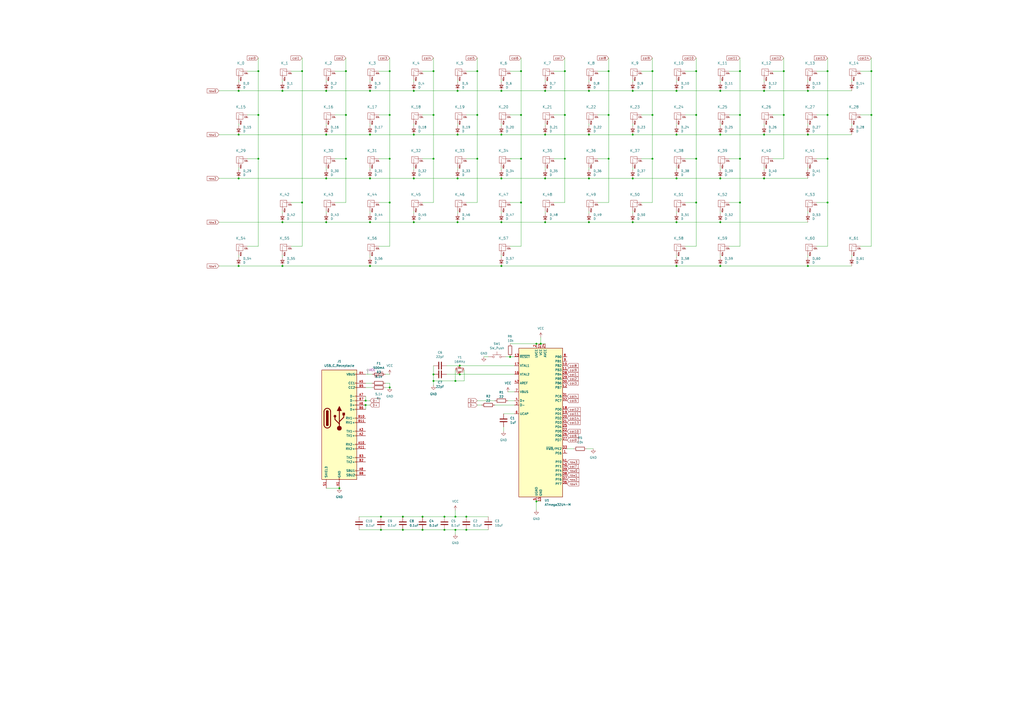
<source format=kicad_sch>
(kicad_sch (version 20231120) (generator "eeschema") (generator_version "8.0")
  (paper "A2")
  (junction (at 264.16 299.72))
  (junction (at 265.43 78.105))
  (junction (at 367.03 128.905))
  (junction (at 302.26 41.275))
  (junction (at 138.43 78.105))
  (junction (at 214.63 103.505))
  (junction (at 378.46 92.075))
  (junction (at 505.46 41.275))
  (junction (at 480.06 92.075))
  (junction (at 468.63 154.305))
  (junction (at 295.91 207.01))
  (junction (at 443.23 103.505))
  (junction (at 367.03 52.705))
  (junction (at 316.23 128.905))
  (junction (at 163.83 128.905))
  (junction (at 257.81 299.72))
  (junction (at 189.23 103.505))
  (junction (at 311.15 199.39))
  (junction (at 302.26 117.475))
  (junction (at 251.46 41.275))
  (junction (at 417.83 103.505))
  (junction (at 276.86 66.675))
  (junction (at 392.43 128.905))
  (junction (at 214.63 154.305))
  (junction (at 251.46 220.98))
  (junction (at 226.06 66.675))
  (junction (at 257.81 307.34))
  (junction (at 392.43 103.505))
  (junction (at 353.06 41.275))
  (junction (at 403.86 66.675))
  (junction (at 251.46 92.075))
  (junction (at 443.23 78.105))
  (junction (at 189.23 78.105))
  (junction (at 214.63 52.705))
  (junction (at 212.09 234.95))
  (junction (at 454.66 41.275))
  (junction (at 429.26 66.675))
  (junction (at 290.83 103.505))
  (junction (at 265.43 52.705))
  (junction (at 251.46 66.675))
  (junction (at 367.03 78.105))
  (junction (at 245.11 307.34))
  (junction (at 290.83 78.105))
  (junction (at 138.43 103.505))
  (junction (at 480.06 41.275))
  (junction (at 468.63 52.705))
  (junction (at 417.83 128.905))
  (junction (at 302.26 66.675))
  (junction (at 265.43 128.905))
  (junction (at 149.86 41.275))
  (junction (at 240.03 78.105))
  (junction (at 341.63 52.705))
  (junction (at 367.03 103.505))
  (junction (at 429.26 92.075))
  (junction (at 220.98 299.72))
  (junction (at 403.86 117.475))
  (junction (at 240.03 52.705))
  (junction (at 327.66 41.275))
  (junction (at 266.7 212.09))
  (junction (at 392.43 78.105))
  (junction (at 403.86 92.075))
  (junction (at 233.68 307.34))
  (junction (at 175.26 41.275))
  (junction (at 251.46 217.17))
  (junction (at 196.85 283.21))
  (junction (at 240.03 128.905))
  (junction (at 378.46 66.675))
  (junction (at 226.06 41.275))
  (junction (at 226.06 117.475))
  (junction (at 266.7 217.17))
  (junction (at 149.86 66.675))
  (junction (at 163.83 154.305))
  (junction (at 163.83 52.705))
  (junction (at 226.06 224.79))
  (junction (at 270.51 299.72))
  (junction (at 265.43 103.505))
  (junction (at 276.86 41.275))
  (junction (at 468.63 78.105))
  (junction (at 429.26 117.475))
  (junction (at 189.23 128.905))
  (junction (at 443.23 52.705))
  (junction (at 290.83 52.705))
  (junction (at 189.23 52.705))
  (junction (at 264.16 307.34))
  (junction (at 341.63 128.905))
  (junction (at 138.43 154.305))
  (junction (at 505.46 66.675))
  (junction (at 200.66 66.675))
  (junction (at 341.63 103.505))
  (junction (at 392.43 154.305))
  (junction (at 341.63 78.105))
  (junction (at 245.11 299.72))
  (junction (at 311.15 290.83))
  (junction (at 233.68 299.72))
  (junction (at 316.23 103.505))
  (junction (at 220.98 307.34))
  (junction (at 327.66 66.675))
  (junction (at 403.86 41.275))
  (junction (at 290.83 154.305))
  (junction (at 264.16 220.98))
  (junction (at 378.46 41.275))
  (junction (at 138.43 52.705))
  (junction (at 200.66 41.275))
  (junction (at 240.03 103.505))
  (junction (at 313.69 199.39))
  (junction (at 226.06 92.075))
  (junction (at 353.06 66.675))
  (junction (at 212.09 232.41))
  (junction (at 480.06 117.475))
  (junction (at 454.66 66.675))
  (junction (at 353.06 92.075))
  (junction (at 429.26 41.275))
  (junction (at 149.86 92.075))
  (junction (at 327.66 92.075))
  (junction (at 392.43 52.705))
  (junction (at 175.26 117.475))
  (junction (at 316.23 52.705))
  (junction (at 417.83 154.305))
  (junction (at 417.83 52.705))
  (junction (at 214.63 128.905))
  (junction (at 214.63 78.105))
  (junction (at 480.06 66.675))
  (junction (at 316.23 78.105))
  (junction (at 276.86 92.075))
  (junction (at 270.51 307.34))
  (junction (at 290.83 128.905))
  (junction (at 200.66 92.075))
  (junction (at 417.83 78.105))
  (junction (at 302.26 92.075))
  (wire (pts (xy 397.51 66.675) (xy 403.86 66.675)))
  (wire (pts (xy 215.9 222.25) (xy 212.09 222.25)))
  (wire (pts (xy 397.51 41.275) (xy 403.86 41.275)))
  (wire (pts (xy 499.11 142.875) (xy 505.46 142.875)))
  (wire (pts (xy 127 103.505) (xy 138.43 103.505)))
  (wire (pts (xy 417.83 71.755) (xy 417.83 73.025)))
  (wire (pts (xy 443.23 78.105) (xy 468.63 78.105)))
  (wire (pts (xy 392.43 52.705) (xy 417.83 52.705)))
  (wire (pts (xy 245.11 92.075) (xy 251.46 92.075)))
  (wire (pts (xy 240.03 78.105) (xy 265.43 78.105)))
  (wire (pts (xy 397.51 117.475) (xy 403.86 117.475)))
  (wire (pts (xy 494.03 147.955) (xy 494.03 149.225)))
  (wire (pts (xy 480.06 33.655) (xy 480.06 41.275)))
  (wire (pts (xy 378.46 41.275) (xy 378.46 66.675)))
  (wire (pts (xy 266.7 217.17) (xy 298.45 217.17)))
  (wire (pts (xy 378.46 92.075) (xy 378.46 66.675)))
  (wire (pts (xy 149.86 142.875) (xy 149.86 92.075)))
  (wire (pts (xy 473.71 66.675) (xy 480.06 66.675)))
  (wire (pts (xy 341.63 78.105) (xy 367.03 78.105)))
  (wire (pts (xy 353.06 117.475) (xy 353.06 92.075)))
  (wire (pts (xy 443.23 97.155) (xy 443.23 98.425)))
  (wire (pts (xy 454.66 92.075) (xy 454.66 66.675)))
  (wire (pts (xy 367.03 71.755) (xy 367.03 73.025)))
  (wire (pts (xy 138.43 97.155) (xy 138.43 98.425)))
  (wire (pts (xy 163.83 46.355) (xy 163.83 47.625)))
  (wire (pts (xy 378.46 33.655) (xy 378.46 41.275)))
  (wire (pts (xy 372.11 66.675) (xy 378.46 66.675)))
  (wire (pts (xy 341.63 122.555) (xy 341.63 123.825)))
  (wire (pts (xy 443.23 46.355) (xy 443.23 47.625)))
  (wire (pts (xy 163.83 147.955) (xy 163.83 149.225)))
  (wire (pts (xy 270.51 92.075) (xy 276.86 92.075)))
  (wire (pts (xy 266.7 212.09) (xy 298.45 212.09)))
  (wire (pts (xy 473.71 41.275) (xy 480.06 41.275)))
  (wire (pts (xy 163.83 154.305) (xy 214.63 154.305)))
  (wire (pts (xy 392.43 147.955) (xy 392.43 149.225)))
  (wire (pts (xy 313.69 195.58) (xy 313.69 199.39)))
  (wire (pts (xy 448.31 66.675) (xy 454.66 66.675)))
  (wire (pts (xy 264.16 309.88) (xy 264.16 307.34)))
  (wire (pts (xy 214.63 128.905) (xy 240.03 128.905)))
  (wire (pts (xy 321.31 92.075) (xy 327.66 92.075)))
  (wire (pts (xy 468.63 147.955) (xy 468.63 149.225)))
  (wire (pts (xy 175.26 142.875) (xy 175.26 117.475)))
  (wire (pts (xy 316.23 46.355) (xy 316.23 47.625)))
  (wire (pts (xy 292.1 250.19) (xy 292.1 247.65)))
  (wire (pts (xy 143.51 142.875) (xy 149.86 142.875)))
  (wire (pts (xy 341.63 52.705) (xy 367.03 52.705)))
  (wire (pts (xy 240.03 52.705) (xy 265.43 52.705)))
  (wire (pts (xy 302.26 92.075) (xy 302.26 66.675)))
  (wire (pts (xy 226.06 224.79) (xy 223.52 224.79)))
  (wire (pts (xy 219.71 41.275) (xy 226.06 41.275)))
  (wire (pts (xy 265.43 122.555) (xy 265.43 123.825)))
  (wire (pts (xy 245.11 299.72) (xy 257.81 299.72)))
  (wire (pts (xy 302.26 33.655) (xy 302.26 41.275)))
  (wire (pts (xy 293.37 207.01) (xy 295.91 207.01)))
  (wire (pts (xy 163.83 122.555) (xy 163.83 123.825)))
  (wire (pts (xy 251.46 41.275) (xy 251.46 66.675)))
  (wire (pts (xy 127 128.905) (xy 163.83 128.905)))
  (wire (pts (xy 214.63 46.355) (xy 214.63 47.625)))
  (wire (pts (xy 194.31 66.675) (xy 200.66 66.675)))
  (wire (pts (xy 175.26 33.655) (xy 175.26 41.275)))
  (wire (pts (xy 214.63 154.305) (xy 290.83 154.305)))
  (wire (pts (xy 494.03 71.755) (xy 494.03 73.025)))
  (wire (pts (xy 292.1 240.03) (xy 298.45 240.03)))
  (wire (pts (xy 290.83 154.305) (xy 392.43 154.305)))
  (wire (pts (xy 341.63 103.505) (xy 367.03 103.505)))
  (wire (pts (xy 264.16 214.63) (xy 264.16 220.98)))
  (wire (pts (xy 226.06 217.17) (xy 223.52 217.17)))
  (wire (pts (xy 316.23 52.705) (xy 341.63 52.705)))
  (wire (pts (xy 212.09 217.17) (xy 215.9 217.17)))
  (wire (pts (xy 480.06 142.875) (xy 480.06 117.475)))
  (wire (pts (xy 270.51 41.275) (xy 276.86 41.275)))
  (wire (pts (xy 367.03 46.355) (xy 367.03 47.625)))
  (wire (pts (xy 219.71 66.675) (xy 226.06 66.675)))
  (wire (pts (xy 240.03 71.755) (xy 240.03 73.025)))
  (wire (pts (xy 468.63 122.555) (xy 468.63 123.825)))
  (wire (pts (xy 473.71 92.075) (xy 480.06 92.075)))
  (wire (pts (xy 264.16 299.72) (xy 270.51 299.72)))
  (wire (pts (xy 295.91 92.075) (xy 302.26 92.075)))
  (wire (pts (xy 313.69 199.39) (xy 316.23 199.39)))
  (wire (pts (xy 127 154.305) (xy 138.43 154.305)))
  (wire (pts (xy 397.51 92.075) (xy 403.86 92.075)))
  (wire (pts (xy 403.86 142.875) (xy 403.86 117.475)))
  (wire (pts (xy 397.51 142.875) (xy 403.86 142.875)))
  (wire (pts (xy 417.83 154.305) (xy 468.63 154.305)))
  (wire (pts (xy 194.31 92.075) (xy 200.66 92.075)))
  (wire (pts (xy 270.51 117.475) (xy 276.86 117.475)))
  (wire (pts (xy 251.46 220.98) (xy 251.46 217.17)))
  (wire (pts (xy 138.43 147.955) (xy 138.43 149.225)))
  (wire (pts (xy 290.83 128.905) (xy 316.23 128.905)))
  (wire (pts (xy 276.86 117.475) (xy 276.86 92.075)))
  (wire (pts (xy 280.67 207.01) (xy 283.21 207.01)))
  (wire (pts (xy 316.23 97.155) (xy 316.23 98.425)))
  (wire (pts (xy 480.06 92.075) (xy 480.06 66.675)))
  (wire (pts (xy 327.66 117.475) (xy 327.66 92.075)))
  (wire (pts (xy 403.86 92.075) (xy 403.86 66.675)))
  (wire (pts (xy 270.51 307.34) (xy 283.21 307.34)))
  (wire (pts (xy 316.23 71.755) (xy 316.23 73.025)))
  (wire (pts (xy 422.91 117.475) (xy 429.26 117.475)))
  (wire (pts (xy 327.66 92.075) (xy 327.66 66.675)))
  (wire (pts (xy 468.63 154.305) (xy 494.03 154.305)))
  (wire (pts (xy 392.43 103.505) (xy 417.83 103.505)))
  (wire (pts (xy 392.43 46.355) (xy 392.43 47.625)))
  (wire (pts (xy 276.86 234.95) (xy 279.4 234.95)))
  (wire (pts (xy 353.06 41.275) (xy 353.06 66.675)))
  (wire (pts (xy 372.11 92.075) (xy 378.46 92.075)))
  (wire (pts (xy 429.26 41.275) (xy 429.26 66.675)))
  (wire (pts (xy 392.43 78.105) (xy 417.83 78.105)))
  (wire (pts (xy 316.23 128.905) (xy 341.63 128.905)))
  (wire (pts (xy 302.26 41.275) (xy 302.26 66.675)))
  (wire (pts (xy 194.31 41.275) (xy 200.66 41.275)))
  (wire (pts (xy 327.66 41.275) (xy 327.66 66.675)))
  (wire (pts (xy 212.09 234.95) (xy 212.09 237.49)))
  (wire (pts (xy 295.91 66.675) (xy 302.26 66.675)))
  (wire (pts (xy 223.52 222.25) (xy 226.06 222.25)))
  (wire (pts (xy 138.43 46.355) (xy 138.43 47.625)))
  (wire (pts (xy 257.81 307.34) (xy 264.16 307.34)))
  (wire (pts (xy 287.02 234.95) (xy 298.45 234.95)))
  (wire (pts (xy 468.63 52.705) (xy 494.03 52.705)))
  (wire (pts (xy 143.51 41.275) (xy 149.86 41.275)))
  (wire (pts (xy 316.23 122.555) (xy 316.23 123.825)))
  (wire (pts (xy 175.26 41.275) (xy 175.26 117.475)))
  (wire (pts (xy 367.03 97.155) (xy 367.03 98.425)))
  (wire (pts (xy 251.46 223.52) (xy 251.46 220.98)))
  (wire (pts (xy 367.03 52.705) (xy 392.43 52.705)))
  (wire (pts (xy 194.31 117.475) (xy 200.66 117.475)))
  (wire (pts (xy 295.91 41.275) (xy 302.26 41.275)))
  (wire (pts (xy 295.91 117.475) (xy 302.26 117.475)))
  (wire (pts (xy 214.63 78.105) (xy 240.03 78.105)))
  (wire (pts (xy 302.26 117.475) (xy 302.26 92.075)))
  (wire (pts (xy 341.63 71.755) (xy 341.63 73.025)))
  (wire (pts (xy 505.46 41.275) (xy 505.46 66.675)))
  (wire (pts (xy 276.86 41.275) (xy 276.86 66.675)))
  (wire (pts (xy 443.23 52.705) (xy 468.63 52.705)))
  (wire (pts (xy 240.03 128.905) (xy 265.43 128.905)))
  (wire (pts (xy 290.83 71.755) (xy 290.83 73.025)))
  (wire (pts (xy 265.43 71.755) (xy 265.43 73.025)))
  (wire (pts (xy 251.46 92.075) (xy 251.46 66.675)))
  (wire (pts (xy 214.63 103.505) (xy 240.03 103.505)))
  (wire (pts (xy 240.03 97.155) (xy 240.03 98.425)))
  (wire (pts (xy 290.83 97.155) (xy 290.83 98.425)))
  (wire (pts (xy 265.43 97.155) (xy 265.43 98.425)))
  (wire (pts (xy 321.31 66.675) (xy 327.66 66.675)))
  (wire (pts (xy 189.23 103.505) (xy 214.63 103.505)))
  (wire (pts (xy 392.43 97.155) (xy 392.43 98.425)))
  (wire (pts (xy 327.66 33.655) (xy 327.66 41.275)))
  (wire (pts (xy 276.86 92.075) (xy 276.86 66.675)))
  (wire (pts (xy 346.71 41.275) (xy 353.06 41.275)))
  (wire (pts (xy 127 78.105) (xy 138.43 78.105)))
  (wire (pts (xy 208.28 299.72) (xy 220.98 299.72)))
  (wire (pts (xy 422.91 41.275) (xy 429.26 41.275)))
  (wire (pts (xy 454.66 33.655) (xy 454.66 41.275)))
  (wire (pts (xy 143.51 92.075) (xy 149.86 92.075)))
  (wire (pts (xy 321.31 117.475) (xy 327.66 117.475)))
  (wire (pts (xy 143.51 66.675) (xy 149.86 66.675)))
  (wire (pts (xy 392.43 128.905) (xy 417.83 128.905)))
  (wire (pts (xy 321.31 41.275) (xy 327.66 41.275)))
  (wire (pts (xy 200.66 41.275) (xy 200.66 66.675)))
  (wire (pts (xy 480.06 117.475) (xy 480.06 92.075)))
  (wire (pts (xy 200.66 117.475) (xy 200.66 92.075)))
  (wire (pts (xy 429.26 142.875) (xy 429.26 117.475)))
  (wire (pts (xy 212.09 234.95) (xy 214.63 234.95)))
  (wire (pts (xy 372.11 41.275) (xy 378.46 41.275)))
  (wire (pts (xy 189.23 128.905) (xy 214.63 128.905)))
  (wire (pts (xy 251.46 212.09) (xy 251.46 217.17)))
  (wire (pts (xy 149.86 41.275) (xy 149.86 66.675)))
  (wire (pts (xy 265.43 103.505) (xy 290.83 103.505)))
  (wire (pts (xy 417.83 128.905) (xy 468.63 128.905)))
  (wire (pts (xy 417.83 97.155) (xy 417.83 98.425)))
  (wire (pts (xy 138.43 78.105) (xy 189.23 78.105)))
  (wire (pts (xy 417.83 103.505) (xy 443.23 103.505)))
  (wire (pts (xy 316.23 78.105) (xy 341.63 78.105)))
  (wire (pts (xy 220.98 307.34) (xy 233.68 307.34)))
  (wire (pts (xy 257.81 299.72) (xy 264.16 299.72)))
  (wire (pts (xy 259.08 217.17) (xy 266.7 217.17)))
  (wire (pts (xy 189.23 52.705) (xy 214.63 52.705)))
  (wire (pts (xy 200.66 92.075) (xy 200.66 66.675)))
  (wire (pts (xy 214.63 52.705) (xy 240.03 52.705)))
  (wire (pts (xy 290.83 78.105) (xy 316.23 78.105)))
  (wire (pts (xy 163.83 128.905) (xy 189.23 128.905)))
  (wire (pts (xy 138.43 71.755) (xy 138.43 73.025)))
  (wire (pts (xy 443.23 103.505) (xy 468.63 103.505)))
  (wire (pts (xy 429.26 33.655) (xy 429.26 41.275)))
  (wire (pts (xy 276.86 232.41) (xy 287.02 232.41)))
  (wire (pts (xy 264.16 295.91) (xy 264.16 299.72)))
  (wire (pts (xy 138.43 52.705) (xy 163.83 52.705)))
  (wire (pts (xy 168.91 142.875) (xy 175.26 142.875)))
  (wire (pts (xy 240.03 122.555) (xy 240.03 123.825)))
  (wire (pts (xy 290.83 103.505) (xy 316.23 103.505)))
  (wire (pts (xy 214.63 97.155) (xy 214.63 98.425)))
  (wire (pts (xy 240.03 46.355) (xy 240.03 47.625)))
  (wire (pts (xy 168.91 41.275) (xy 175.26 41.275)))
  (wire (pts (xy 344.17 260.35) (xy 340.36 260.35)))
  (wire (pts (xy 367.03 103.505) (xy 392.43 103.505)))
  (wire (pts (xy 189.23 78.105) (xy 214.63 78.105)))
  (wire (pts (xy 448.31 92.075) (xy 454.66 92.075)))
  (wire (pts (xy 212.09 229.87) (xy 212.09 232.41)))
  (wire (pts (xy 226.06 222.25) (xy 226.06 224.79)))
  (wire (pts (xy 149.86 92.075) (xy 149.86 66.675)))
  (wire (pts (xy 265.43 78.105) (xy 290.83 78.105)))
  (wire (pts (xy 417.83 147.955) (xy 417.83 149.225)))
  (wire (pts (xy 163.83 52.705) (xy 189.23 52.705)))
  (wire (pts (xy 290.83 147.955) (xy 290.83 149.225)))
  (wire (pts (xy 290.83 46.355) (xy 290.83 47.625)))
  (wire (pts (xy 378.46 117.475) (xy 378.46 92.075)))
  (wire (pts (xy 341.63 128.905) (xy 367.03 128.905)))
  (wire (pts (xy 422.91 92.075) (xy 429.26 92.075)))
  (wire (pts (xy 294.64 232.41) (xy 298.45 232.41)))
  (wire (pts (xy 265.43 128.905) (xy 290.83 128.905)))
  (wire (pts (xy 505.46 33.655) (xy 505.46 41.275)))
  (wire (pts (xy 473.71 117.475) (xy 480.06 117.475)))
  (wire (pts (xy 200.66 33.655) (xy 200.66 41.275)))
  (wire (pts (xy 392.43 154.305) (xy 417.83 154.305)))
  (wire (pts (xy 341.63 97.155) (xy 341.63 98.425)))
  (wire (pts (xy 295.91 142.875) (xy 302.26 142.875)))
  (wire (pts (xy 443.23 71.755) (xy 443.23 73.025)))
  (wire (pts (xy 212.09 232.41) (xy 214.63 232.41)))
  (wire (pts (xy 138.43 154.305) (xy 163.83 154.305)))
  (wire (pts (xy 302.26 142.875) (xy 302.26 117.475)))
  (wire (pts (xy 226.06 142.875) (xy 226.06 117.475)))
  (wire (pts (xy 189.23 46.355) (xy 189.23 47.625)))
  (wire (pts (xy 290.83 52.705) (xy 316.23 52.705)))
  (wire (pts (xy 240.03 103.505) (xy 265.43 103.505)))
  (wire (pts (xy 468.63 46.355) (xy 468.63 47.625)))
  (wire (pts (xy 269.24 214.63) (xy 269.24 220.98)))
  (wire (pts (xy 468.63 71.755) (xy 468.63 73.025)))
  (wire (pts (xy 245.11 117.475) (xy 251.46 117.475)))
  (wire (pts (xy 245.11 307.34) (xy 257.81 307.34)))
  (wire (pts (xy 215.9 224.79) (xy 212.09 224.79)))
  (wire (pts (xy 403.86 41.275) (xy 403.86 66.675)))
  (wire (pts (xy 505.46 142.875) (xy 505.46 66.675)))
  (wire (pts (xy 214.63 122.555) (xy 214.63 123.825)))
  (wire (pts (xy 499.11 66.675) (xy 505.46 66.675)))
  (wire (pts (xy 226.06 33.655) (xy 226.06 41.275)))
  (wire (pts (xy 367.03 128.905) (xy 392.43 128.905)))
  (wire (pts (xy 346.71 92.075) (xy 353.06 92.075)))
  (wire (pts (xy 220.98 299.72) (xy 233.68 299.72)))
  (wire (pts (xy 353.06 33.655) (xy 353.06 41.275)))
  (wire (pts (xy 233.68 299.72) (xy 245.11 299.72)))
  (wire (pts (xy 332.74 260.35) (xy 328.93 260.35)))
  (wire (pts (xy 245.11 66.675) (xy 251.46 66.675)))
  (wire (pts (xy 295.91 199.39) (xy 311.15 199.39)))
  (wire (pts (xy 233.68 307.34) (xy 245.11 307.34)))
  (wire (pts (xy 417.83 122.555) (xy 417.83 123.825)))
  (wire (pts (xy 208.28 307.34) (xy 220.98 307.34)))
  (wire (pts (xy 245.11 41.275) (xy 251.46 41.275)))
  (wire (pts (xy 270.51 299.72) (xy 283.21 299.72)))
  (wire (pts (xy 251.46 33.655) (xy 251.46 41.275)))
  (wire (pts (xy 311.15 290.83) (xy 313.69 290.83)))
  (wire (pts (xy 264.16 220.98) (xy 251.46 220.98)))
  (wire (pts (xy 346.71 66.675) (xy 353.06 66.675)))
  (wire (pts (xy 417.83 52.705) (xy 443.23 52.705)))
  (wire (pts (xy 127 52.705) (xy 138.43 52.705)))
  (wire (pts (xy 189.23 283.21) (xy 196.85 283.21)))
  (wire (pts (xy 269.24 220.98) (xy 264.16 220.98)))
  (wire (pts (xy 429.26 117.475) (xy 429.26 92.075)))
  (wire (pts (xy 219.71 92.075) (xy 226.06 92.075)))
  (wire (pts (xy 367.03 122.555) (xy 367.03 123.825)))
  (wire (pts (xy 138.43 103.505) (xy 189.23 103.505)))
  (wire (pts (xy 403.86 33.655) (xy 403.86 41.275)))
  (wire (pts (xy 429.26 92.075) (xy 429.26 66.675)))
  (wire (pts (xy 294.64 227.33) (xy 298.45 227.33)))
  (wire (pts (xy 276.86 33.655) (xy 276.86 41.275)))
  (wire (pts (xy 422.91 66.675) (xy 429.26 66.675)))
  (wire (pts (xy 270.51 66.675) (xy 276.86 66.675)))
  (wire (pts (xy 392.43 71.755) (xy 392.43 73.025)))
  (wire (pts (xy 226.06 41.275) (xy 226.06 66.675)))
  (wire (pts (xy 214.63 71.755) (xy 214.63 73.025)))
  (wire (pts (xy 189.23 122.555) (xy 189.23 123.825)))
  (wire (pts (xy 264.16 307.34) (xy 270.51 307.34)))
  (wire (pts (xy 259.08 212.09) (xy 266.7 212.09)))
  (wire (pts (xy 219.71 117.475) (xy 226.06 117.475)))
  (wire (pts (xy 454.66 41.275) (xy 454.66 66.675)))
  (wire (pts (xy 214.63 147.955) (xy 214.63 149.225)))
  (wire (pts (xy 499.11 41.275) (xy 505.46 41.275)))
  (wire (pts (xy 295.91 207.01) (xy 298.45 207.01)))
  (wire (pts (xy 311.15 199.39) (xy 313.69 199.39)))
  (wire (pts (xy 265.43 52.705) (xy 290.83 52.705)))
  (wire (pts (xy 290.83 122.555) (xy 290.83 123.825)))
  (wire (pts (xy 422.91 142.875) (xy 429.26 142.875)))
  (wire (pts (xy 311.15 290.83) (xy 311.15 295.91)))
  (wire (pts (xy 226.06 117.475) (xy 226.06 92.075)))
  (wire (pts (xy 265.43 46.355) (xy 265.43 47.625)))
  (wire (pts (xy 468.63 78.105) (xy 494.03 78.105)))
  (wire (pts (xy 417.83 78.105) (xy 443.23 78.105)))
  (wire (pts (xy 494.03 46.355) (xy 494.03 47.625)))
  (wire (pts (xy 480.06 41.275) (xy 480.06 66.675)))
  (wire (pts (xy 473.71 142.875) (xy 480.06 142.875)))
  (wire (pts (xy 403.86 117.475) (xy 403.86 92.075)))
  (wire (pts (xy 149.86 33.655) (xy 149.86 41.275)))
  (wire (pts (xy 189.23 71.755) (xy 189.23 73.025)))
  (wire (pts (xy 353.06 92.075) (xy 353.06 66.675)))
  (wire (pts (xy 417.83 46.355) (xy 417.83 47.625)))
  (wire (pts (xy 226.06 92.075) (xy 226.06 66.675)))
  (wire (pts (xy 251.46 117.475) (xy 251.46 92.075)))
  (wire (pts (xy 372.11 117.475) (xy 378.46 117.475)))
  (wire (pts (xy 346.71 117.475) (xy 353.06 117.475)))
  (wire (pts (xy 168.91 117.475) (xy 175.26 117.475)))
  (wire (pts (xy 392.43 122.555) (xy 392.43 123.825)))
  (wire (pts (xy 189.23 97.155) (xy 189.23 98.425)))
  (wire (pts (xy 367.03 78.105) (xy 392.43 78.105)))
  (wire (pts (xy 448.31 41.275) (xy 454.66 41.275)))
  (wire (pts (xy 219.71 142.875) (xy 226.06 142.875)))
  (wire (pts (xy 316.23 103.505) (xy 341.63 103.505)))
  (wire (pts (xy 341.63 46.355) (xy 341.63 47.625)))
  (wire (pts (xy 468.63 97.155) (xy 468.63 98.425)))
  (global_label "row3" (shape input) (at 328.93 267.97 0) (property "Intersheetrefs" "${INTERSHEET_REFS}" (effects (hide yes))))
  (global_label "D-" (shape input) (at 214.63 232.41 0) (property "Intersheetrefs" "${INTERSHEET_REFS}" (effects (hide yes))))
  (global_label "col7" (shape input) (at 328.93 270.51 0) (property "Intersheetrefs" "${INTERSHEET_REFS}" (effects (hide yes))))
  (global_label "col2" (shape input) (at 328.93 219.71 0) (property "Intersheetrefs" "${INTERSHEET_REFS}" (effects (hide yes))))
  (global_label "col3" (shape input) (at 328.93 222.25 0) (property "Intersheetrefs" "${INTERSHEET_REFS}" (effects (hide yes))))
  (global_label "D+" (shape input) (at 276.86 232.41 180) (property "Intersheetrefs" "${INTERSHEET_REFS}" (effects (hide yes))))
  (global_label "col0" (shape input) (at 328.93 255.27 0) (property "Intersheetrefs" "${INTERSHEET_REFS}" (effects (hide yes))))
  (global_label "col5" (shape input) (at 328.93 232.41 0) (property "Intersheetrefs" "${INTERSHEET_REFS}" (effects (hide yes))))
  (global_label "col6" (shape input) (at 328.93 252.73 0) (property "Intersheetrefs" "${INTERSHEET_REFS}" (effects (hide yes))))
  (global_label "col4" (shape input) (at 328.93 229.87 0) (property "Intersheetrefs" "${INTERSHEET_REFS}" (effects (hide yes))))
  (global_label "col10" (shape input) (at 403.86 33.655 180) (property "Intersheetrefs" "${INTERSHEET_REFS}" (effects (hide yes))))
  (global_label "col7" (shape input) (at 327.66 33.655 180) (property "Intersheetrefs" "${INTERSHEET_REFS}" (effects (hide yes))))
  (global_label "D+" (shape input) (at 214.63 234.95 0) (property "Intersheetrefs" "${INTERSHEET_REFS}" (effects (hide yes))))
  (global_label "col2" (shape input) (at 200.66 33.655 180) (property "Intersheetrefs" "${INTERSHEET_REFS}" (effects (hide yes))))
  (global_label "col10" (shape input) (at 328.93 250.19 0) (property "Intersheetrefs" "${INTERSHEET_REFS}" (effects (hide yes))))
  (global_label "col9" (shape input) (at 328.93 214.63 0) (property "Intersheetrefs" "${INTERSHEET_REFS}" (effects (hide yes))))
  (global_label "col14" (shape input) (at 328.93 242.57 0) (property "Intersheetrefs" "${INTERSHEET_REFS}" (effects (hide yes))))
  (global_label "col13" (shape input) (at 480.06 33.655 180) (property "Intersheetrefs" "${INTERSHEET_REFS}" (effects (hide yes))))
  (global_label "row2" (shape input) (at 328.93 278.13 0) (property "Intersheetrefs" "${INTERSHEET_REFS}" (effects (hide yes))))
  (global_label "col8" (shape input) (at 353.06 33.655 180) (property "Intersheetrefs" "${INTERSHEET_REFS}" (effects (hide yes))))
  (global_label "col13" (shape input) (at 328.93 245.11 0) (property "Intersheetrefs" "${INTERSHEET_REFS}" (effects (hide yes))))
  (global_label "row2" (shape input) (at 127 103.505 180) (property "Intersheetrefs" "${INTERSHEET_REFS}" (effects (hide yes))))
  (global_label "col8" (shape input) (at 328.93 212.09 0) (property "Intersheetrefs" "${INTERSHEET_REFS}" (effects (hide yes))))
  (global_label "col1" (shape input) (at 328.93 217.17 0) (property "Intersheetrefs" "${INTERSHEET_REFS}" (effects (hide yes))))
  (global_label "row1" (shape input) (at 328.93 275.59 0) (property "Intersheetrefs" "${INTERSHEET_REFS}" (effects (hide yes))))
  (global_label "col5" (shape input) (at 276.86 33.655 180) (property "Intersheetrefs" "${INTERSHEET_REFS}" (effects (hide yes))))
  (global_label "col9" (shape input) (at 378.46 33.655 180) (property "Intersheetrefs" "${INTERSHEET_REFS}" (effects (hide yes))))
  (global_label "col6" (shape input) (at 302.26 33.655 180) (property "Intersheetrefs" "${INTERSHEET_REFS}" (effects (hide yes))))
  (global_label "col11" (shape input) (at 429.26 33.655 180) (property "Intersheetrefs" "${INTERSHEET_REFS}" (effects (hide yes))))
  (global_label "col3" (shape input) (at 226.06 33.655 180) (property "Intersheetrefs" "${INTERSHEET_REFS}" (effects (hide yes))))
  (global_label "col11" (shape input) (at 328.93 240.03 0) (property "Intersheetrefs" "${INTERSHEET_REFS}" (effects (hide yes))))
  (global_label "row1" (shape input) (at 127 78.105 180) (property "Intersheetrefs" "${INTERSHEET_REFS}" (effects (hide yes))))
  (global_label "row0" (shape input) (at 127 52.705 180) (property "Intersheetrefs" "${INTERSHEET_REFS}" (effects (hide yes))))
  (global_label "col1" (shape input) (at 175.26 33.655 180) (property "Intersheetrefs" "${INTERSHEET_REFS}" (effects (hide yes))))
  (global_label "row3" (shape input) (at 127 128.905 180) (property "Intersheetrefs" "${INTERSHEET_REFS}" (effects (hide yes))))
  (global_label "row4" (shape input) (at 127 154.305 180) (property "Intersheetrefs" "${INTERSHEET_REFS}" (effects (hide yes))))
  (global_label "row4" (shape input) (at 328.93 280.67 0) (property "Intersheetrefs" "${INTERSHEET_REFS}" (effects (hide yes))))
  (global_label "row0" (shape input) (at 328.93 273.05 0) (property "Intersheetrefs" "${INTERSHEET_REFS}" (effects (hide yes))))
  (global_label "col14" (shape input) (at 505.46 33.655 180) (property "Intersheetrefs" "${INTERSHEET_REFS}" (effects (hide yes))))
  (global_label "col4" (shape input) (at 251.46 33.655 180) (property "Intersheetrefs" "${INTERSHEET_REFS}" (effects (hide yes))))
  (global_label "col12" (shape input) (at 328.93 237.49 0) (property "Intersheetrefs" "${INTERSHEET_REFS}" (effects (hide yes))))
  (global_label "D-" (shape input) (at 276.86 234.95 180) (property "Intersheetrefs" "${INTERSHEET_REFS}" (effects (hide yes))))
  (global_label "col0" (shape input) (at 149.86 33.655 180) (property "Intersheetrefs" "${INTERSHEET_REFS}" (effects (hide yes))))
  (global_label "col12" (shape input) (at 454.66 33.655 180) (property "Intersheetrefs" "${INTERSHEET_REFS}" (effects (hide yes))))
  (netclass_flag "" (length 2.54) (shape round) (at 213.36 217.17 0) (property "Netclass" "VCC" (at 213.9696 214.63 0) (effects (font (italic yes)) (justify left))))
  (symbol (lib_id "MX_Alps_Hybrid:MX-NoLED") (at 495.3 42.545 0) (unit 1) (in_bom no)
    (property "Reference" "K_14" (at 495.3 36.6268 0) (effects (font (size 1.524 1.524))))
    (property "Value" "KEYSW" (effects (hide yes)))
    (property "Footprint" "keyboard_switches:SW_Cherry_MX_PCB_1.00u" (effects (hide yes)))
  )
  (symbol (lib_id "MX_Alps_Hybrid:MX-NoLED") (at 317.5 93.345 0) (unit 1) (in_bom no)
    (property "Reference" "K_35" (at 317.5 87.4268 0) (effects (font (size 1.524 1.524))))
    (property "Value" "KEYSW" (effects (hide yes)))
    (property "Footprint" "keyboard_switches:SW_Cherry_MX_PCB_1.00u" (effects (hide yes)))
  )
  (symbol (lib_id "MX_Alps_Hybrid:MX-NoLED") (at 190.5 118.745 0) (unit 1) (in_bom no)
    (property "Reference" "K_43" (at 190.5 112.8268 0) (effects (font (size 1.524 1.524))))
    (property "Value" "KEYSW" (effects (hide yes)))
    (property "Footprint" "keyboard_switches:SW_Cherry_MX_PCB_1.00u" (effects (hide yes)))
  )
  (symbol (lib_id "Device:D_Small") (at 494.03 151.765 90) (unit 1)
    (property "Reference" "D_61" (at 496.57 149.987 90) (effects (justify right)))
    (property "Value" "D" (at 496.57 152.273 90) (effects (justify right)))
    (property "Footprint" "custom_components:D_SOD-123_vertical" (effects (hide yes)))
  )
  (symbol (lib_id "MX_Alps_Hybrid:MX-NoLED") (at 190.5 67.945 0) (unit 1) (in_bom no)
    (property "Reference" "K_16" (at 190.5 62.0268 0) (effects (font (size 1.524 1.524))))
    (property "Value" "KEYSW" (effects (hide yes)))
    (property "Footprint" "keyboard_switches:SW_Cherry_MX_PCB_1.00u" (effects (hide yes)))
  )
  (symbol (lib_id "MX_Alps_Hybrid:MX-NoLED") (at 266.7 42.545 0) (unit 1) (in_bom no)
    (property "Reference" "K_5" (at 266.7 36.6268 0) (effects (font (size 1.524 1.524))))
    (property "Value" "KEYSW" (effects (hide yes)))
    (property "Footprint" "keyboard_switches:SW_Cherry_MX_PCB_1.00u" (effects (hide yes)))
  )
  (symbol (lib_id "Device:D_Small") (at 163.83 50.165 90) (unit 1)
    (property "Reference" "D_1" (at 166.37 48.387 90) (effects (justify right)))
    (property "Value" "D" (at 166.37 50.673 90) (effects (justify right)))
    (property "Footprint" "custom_components:D_SOD-123_vertical" (effects (hide yes)))
  )
  (symbol (lib_id "Device:D_Small") (at 240.03 75.565 90) (unit 1)
    (property "Reference" "D_18" (at 242.57 73.787 90) (effects (justify right)))
    (property "Value" "D" (at 242.57 76.073 90) (effects (justify right)))
    (property "Footprint" "custom_components:D_SOD-123_vertical" (effects (hide yes)))
  )
  (symbol (lib_id "MX_Alps_Hybrid:MX-NoLED") (at 241.3 67.945 0) (unit 1) (in_bom no)
    (property "Reference" "K_18" (at 241.3 62.0268 0) (effects (font (size 1.524 1.524))))
    (property "Value" "KEYSW" (effects (hide yes)))
    (property "Footprint" "keyboard_switches:SW_Cherry_MX_PCB_1.00u" (effects (hide yes)))
  )
  (symbol (lib_id "MX_Alps_Hybrid:MX-NoLED") (at 368.3 67.945 0) (unit 1) (in_bom no)
    (property "Reference" "K_23" (at 368.3 62.0268 0) (effects (font (size 1.524 1.524))))
    (property "Value" "KEYSW" (effects (hide yes)))
    (property "Footprint" "keyboard_switches:SW_Cherry_MX_PCB_1.00u" (effects (hide yes)))
  )
  (symbol (lib_id "MX_Alps_Hybrid:MX-NoLED") (at 139.7 144.145 0) (unit 1) (in_bom no)
    (property "Reference" "K_54" (at 139.7 138.2268 0) (effects (font (size 1.524 1.524))))
    (property "Value" "KEYSW" (effects (hide yes)))
    (property "Footprint" "keyboard_switches:SW_Cherry_MX_PCB_1.25u" (effects (hide yes)))
  )
  (symbol (lib_id "Device:D_Small") (at 417.83 50.165 90) (unit 1)
    (property "Reference" "D_11" (at 420.37 48.387 90) (effects (justify right)))
    (property "Value" "D" (at 420.37 50.673 90) (effects (justify right)))
    (property "Footprint" "custom_components:D_SOD-123_vertical" (effects (hide yes)))
  )
  (symbol (lib_id "MX_Alps_Hybrid:MX-NoLED") (at 317.5 118.745 0) (unit 1) (in_bom no)
    (property "Reference" "K_48" (at 317.5 112.8268 0) (effects (font (size 1.524 1.524))))
    (property "Value" "KEYSW" (effects (hide yes)))
    (property "Footprint" "keyboard_switches:SW_Cherry_MX_PCB_1.00u" (effects (hide yes)))
  )
  (symbol (lib_id "Device:D_Small") (at 367.03 75.565 90) (unit 1)
    (property "Reference" "D_23" (at 369.57 73.787 90) (effects (justify right)))
    (property "Value" "D" (at 369.57 76.073 90) (effects (justify right)))
    (property "Footprint" "custom_components:D_SOD-123_vertical" (effects (hide yes)))
  )
  (symbol (lib_id "Device:D_Small") (at 189.23 100.965 90) (unit 1)
    (property "Reference" "D_30" (at 191.77 99.187 90) (effects (justify right)))
    (property "Value" "D" (at 191.77 101.473 90) (effects (justify right)))
    (property "Footprint" "custom_components:D_SOD-123_vertical" (effects (hide yes)))
  )
  (symbol (lib_id "Device:D_Small") (at 443.23 75.565 90) (unit 1)
    (property "Reference" "D_26" (at 445.77 73.787 90) (effects (justify right)))
    (property "Value" "D" (at 445.77 76.073 90) (effects (justify right)))
    (property "Footprint" "custom_components:D_SOD-123_vertical" (effects (hide yes)))
  )
  (symbol (lib_id "Device:D_Small") (at 341.63 75.565 90) (unit 1)
    (property "Reference" "D_22" (at 344.17 73.787 90) (effects (justify right)))
    (property "Value" "D" (at 344.17 76.073 90) (effects (justify right)))
    (property "Footprint" "custom_components:D_SOD-123_vertical" (effects (hide yes)))
  )
  (symbol (lib_id "Device:C") (at 292.1 243.84 0) (unit 1)
    (property "Reference" "C1" (at 295.91 242.5699 0) (effects (justify left)))
    (property "Value" "1uF" (at 295.91 245.1099 0) (effects (justify left)))
    (property "Footprint" "Capacitor_SMD:C_0603_1608Metric_Pad1.08x0.95mm_HandSolder" (effects (hide yes)))
    (property "Description" "Unpolarized capacitor" (effects (hide yes)))
  )
  (symbol (lib_name "GND_2") (lib_id "power:GND") (at 311.15 295.91 0) (unit 1)
    (property "Reference" "#PWR04" (effects (hide yes)))
    (property "Value" "GND" (at 311.15 300.99 0))
    (property "Description" "Power symbol creates a global label with name \"GND\" , ground" (effects (hide yes)))
  )
  (symbol (lib_id "MX_Alps_Hybrid:MX-NoLED") (at 266.7 93.345 0) (unit 1) (in_bom no)
    (property "Reference" "K_33" (at 266.7 87.4268 0) (effects (font (size 1.524 1.524))))
    (property "Value" "KEYSW" (effects (hide yes)))
    (property "Footprint" "keyboard_switches:SW_Cherry_MX_PCB_1.00u" (effects (hide yes)))
  )
  (symbol (lib_id "MX_Alps_Hybrid:MX-NoLED") (at 342.9 42.545 0) (unit 1) (in_bom no)
    (property "Reference" "K_8" (at 342.9 36.6268 0) (effects (font (size 1.524 1.524))))
    (property "Value" "KEYSW" (effects (hide yes)))
    (property "Footprint" "keyboard_switches:SW_Cherry_MX_PCB_1.00u" (effects (hide yes)))
  )
  (symbol (lib_id "MX_Alps_Hybrid:MX-NoLED") (at 139.7 93.345 0) (unit 1) (in_bom no)
    (property "Reference" "K_29" (at 139.7 87.4268 0) (effects (font (size 1.524 1.524))))
    (property "Value" "KEYSW" (effects (hide yes)))
    (property "Footprint" "keyboard_switches:SW_Cherry_MX_PCB_1.75u" (effects (hide yes)))
  )
  (symbol (lib_name "GND_1") (lib_id "power:GND") (at 280.67 207.01 0) (unit 1)
    (property "Reference" "#PWR012" (effects (hide yes)))
    (property "Value" "GND" (at 280.67 204.978 0))
    (property "Description" "Power symbol creates a global label with name \"GND\" , ground" (effects (hide yes)))
  )
  (symbol (lib_id "Device:D_Small") (at 290.83 75.565 90) (unit 1)
    (property "Reference" "D_20" (at 293.37 73.787 90) (effects (justify right)))
    (property "Value" "D" (at 293.37 76.073 90) (effects (justify right)))
    (property "Footprint" "custom_components:D_SOD-123_vertical" (effects (hide yes)))
  )
  (symbol (lib_id "MX_Alps_Hybrid:MX-NoLED") (at 292.1 93.345 0) (unit 1) (in_bom no)
    (property "Reference" "K_34" (at 292.1 87.4268 0) (effects (font (size 1.524 1.524))))
    (property "Value" "KEYSW" (effects (hide yes)))
    (property "Footprint" "keyboard_switches:SW_Cherry_MX_PCB_1.00u" (effects (hide yes)))
  )
  (symbol (lib_id "Device:D_Small") (at 290.83 50.165 90) (unit 1)
    (property "Reference" "D_6" (at 293.37 48.387 90) (effects (justify right)))
    (property "Value" "D" (at 293.37 50.673 90) (effects (justify right)))
    (property "Footprint" "custom_components:D_SOD-123_vertical" (effects (hide yes)))
  )
  (symbol (lib_id "Device:D_Small") (at 316.23 75.565 90) (unit 1)
    (property "Reference" "D_21" (at 318.77 73.787 90) (effects (justify right)))
    (property "Value" "D" (at 318.77 76.073 90) (effects (justify right)))
    (property "Footprint" "custom_components:D_SOD-123_vertical" (effects (hide yes)))
  )
  (symbol (lib_id "MX_Alps_Hybrid:MX-NoLED") (at 368.3 42.545 0) (unit 1) (in_bom no)
    (property "Reference" "K_9" (at 368.3 36.6268 0) (effects (font (size 1.524 1.524))))
    (property "Value" "KEYSW" (effects (hide yes)))
    (property "Footprint" "keyboard_switches:SW_Cherry_MX_PCB_1.00u" (effects (hide yes)))
  )
  (symbol (lib_id "power:VCC") (at 294.64 227.33 0) (unit 1)
    (property "Reference" "#PWR010" (effects (hide yes)))
    (property "Value" "VCC" (at 294.64 222.25 0))
    (property "Description" "Power symbol creates a global label with name \"VCC\"" (effects (hide yes)))
  )
  (symbol (lib_id "MX_Alps_Hybrid:MX-NoLED") (at 292.1 67.945 0) (unit 1) (in_bom no)
    (property "Reference" "K_20" (at 292.1 62.0268 0) (effects (font (size 1.524 1.524))))
    (property "Value" "KEYSW" (effects (hide yes)))
    (property "Footprint" "keyboard_switches:SW_Cherry_MX_PCB_1.00u" (effects (hide yes)))
  )
  (symbol (lib_id "Device:D_Small") (at 214.63 151.765 90) (unit 1)
    (property "Reference" "D_56" (at 217.17 149.987 90) (effects (justify right)))
    (property "Value" "D" (at 217.17 152.273 90) (effects (justify right)))
    (property "Footprint" "custom_components:D_SOD-123_vertical" (effects (hide yes)))
  )
  (symbol (lib_id "Device:R") (at 283.21 234.95 90) (unit 1)
    (property "Reference" "R2" (at 283.21 229.87 90))
    (property "Value" "22" (at 283.21 232.41 90))
    (property "Footprint" "Resistor_SMD:R_0603_1608Metric_Pad0.98x0.95mm_HandSolder" (effects (hide yes)))
    (property "Description" "Resistor" (effects (hide yes)))
  )
  (symbol (lib_id "Device:D_Small") (at 341.63 126.365 90) (unit 1)
    (property "Reference" "D_49" (at 344.17 124.587 90) (effects (justify right)))
    (property "Value" "D" (at 344.17 126.873 90) (effects (justify right)))
    (property "Footprint" "custom_components:D_SOD-123_vertical" (effects (hide yes)))
  )
  (symbol (lib_id "MX_Alps_Hybrid:MX-NoLED") (at 469.9 67.945 0) (unit 1) (in_bom no)
    (property "Reference" "K_27" (at 469.9 62.0268 0) (effects (font (size 1.524 1.524))))
    (property "Value" "KEYSW" (effects (hide yes)))
    (property "Footprint" "keyboard_switches:SW_Cherry_MX_PCB_1.00u" (effects (hide yes)))
  )
  (symbol (lib_id "Device:D_Small") (at 341.63 100.965 90) (unit 1)
    (property "Reference" "D_36" (at 344.17 99.187 90) (effects (justify right)))
    (property "Value" "D" (at 344.17 101.473 90) (effects (justify right)))
    (property "Footprint" "custom_components:D_SOD-123_vertical" (effects (hide yes)))
  )
  (symbol (lib_id "MX_Alps_Hybrid:MX-NoLED") (at 393.7 67.945 0) (unit 1) (in_bom no)
    (property "Reference" "K_24" (at 393.7 62.0268 0) (effects (font (size 1.524 1.524))))
    (property "Value" "KEYSW" (effects (hide yes)))
    (property "Footprint" "keyboard_switches:SW_Cherry_MX_PCB_1.00u" (effects (hide yes)))
  )
  (symbol (lib_id "MX_Alps_Hybrid:MX-NoLED") (at 215.9 67.945 0) (unit 1) (in_bom no)
    (property "Reference" "K_17" (at 215.9 62.0268 0) (effects (font (size 1.524 1.524))))
    (property "Value" "KEYSW" (effects (hide yes)))
    (property "Footprint" "keyboard_switches:SW_Cherry_MX_PCB_1.00u" (effects (hide yes)))
  )
  (symbol (lib_id "MX_Alps_Hybrid:MX-NoLED") (at 419.1 42.545 0) (unit 1) (in_bom no)
    (property "Reference" "K_11" (at 419.1 36.6268 0) (effects (font (size 1.524 1.524))))
    (property "Value" "KEYSW" (effects (hide yes)))
    (property "Footprint" "keyboard_switches:SW_Cherry_MX_PCB_1.00u" (effects (hide yes)))
  )
  (symbol (lib_id "MX_Alps_Hybrid:MX-NoLED") (at 292.1 144.145 0) (unit 1) (in_bom no)
    (property "Reference" "K_57" (at 292.1 138.2268 0) (effects (font (size 1.524 1.524))))
    (property "Value" "KEYSW" (effects (hide yes)))
    (property "Footprint" "keyboard_switches:SW_Cherry_MX_PCB_6.25u" (effects (hide yes)))
  )
  (symbol (lib_id "MX_Alps_Hybrid:MX-NoLED") (at 419.1 93.345 0) (unit 1) (in_bom no)
    (property "Reference" "K_39" (at 419.1 87.4268 0) (effects (font (size 1.524 1.524))))
    (property "Value" "KEYSW" (effects (hide yes)))
    (property "Footprint" "keyboard_switches:SW_Cherry_MX_PCB_1.00u" (effects (hide yes)))
  )
  (symbol (lib_id "MX_Alps_Hybrid:MX-NoLED") (at 215.9 118.745 0) (unit 1) (in_bom no)
    (property "Reference" "K_44" (at 215.9 112.8268 0) (effects (font (size 1.524 1.524))))
    (property "Value" "KEYSW" (effects (hide yes)))
    (property "Footprint" "keyboard_switches:SW_Cherry_MX_PCB_1.00u" (effects (hide yes)))
  )
  (symbol (lib_name "GND_1") (lib_id "power:GND") (at 251.46 223.52 0) (unit 1)
    (property "Reference" "#PWR011" (effects (hide yes)))
    (property "Value" "GND" (at 251.46 228.6 0))
    (property "Description" "Power symbol creates a global label with name \"GND\" , ground" (effects (hide yes)))
  )
  (symbol (lib_id "Device:C") (at 270.51 303.53 0) (unit 1)
    (property "Reference" "C2" (at 274.32 302.2599 0) (effects (justify left)))
    (property "Value" "0.1uF" (at 274.32 304.7999 0) (effects (justify left)))
    (property "Footprint" "Capacitor_SMD:C_0603_1608Metric_Pad1.08x0.95mm_HandSolder" (effects (hide yes)))
    (property "Description" "Unpolarized capacitor" (effects (hide yes)))
  )
  (symbol (lib_id "Device:R") (at 295.91 203.2 180) (unit 1)
    (property "Reference" "R6" (at 294.386 195.072 0) (effects (justify right)))
    (property "Value" "10k" (at 294.386 197.612 0) (effects (justify right)))
    (property "Footprint" "Resistor_SMD:R_0603_1608Metric_Pad0.98x0.95mm_HandSolder" (effects (hide yes)))
    (property "Description" "Resistor" (effects (hide yes)))
  )
  (symbol (lib_id "Device:D_Small") (at 214.63 126.365 90) (unit 1)
    (property "Reference" "D_44" (at 217.17 124.587 90) (effects (justify right)))
    (property "Value" "D" (at 217.17 126.873 90) (effects (justify right)))
    (property "Footprint" "custom_components:D_SOD-123_vertical" (effects (hide yes)))
  )
  (symbol (lib_id "Device:C") (at 233.68 303.53 0) (unit 1)
    (property "Reference" "C8" (at 237.49 302.2599 0) (effects (justify left)))
    (property "Value" "0.1uF" (at 237.49 304.7999 0) (effects (justify left)))
    (property "Footprint" "Capacitor_SMD:C_0603_1608Metric_Pad1.08x0.95mm_HandSolder" (effects (hide yes)))
    (property "Description" "Unpolarized capacitor" (effects (hide yes)))
  )
  (symbol (lib_id "Device:D_Small") (at 494.03 50.165 90) (unit 1)
    (property "Reference" "D_14" (at 496.57 48.387 90) (effects (justify right)))
    (property "Value" "D" (at 496.57 50.673 90) (effects (justify right)))
    (property "Footprint" "custom_components:D_SOD-123_vertical" (effects (hide yes)))
  )
  (symbol (lib_id "Device:C") (at 283.21 303.53 0) (unit 1)
    (property "Reference" "C3" (at 287.02 302.2599 0) (effects (justify left)))
    (property "Value" "10uF" (at 287.02 304.7999 0) (effects (justify left)))
    (property "Footprint" "Capacitor_SMD:C_0603_1608Metric_Pad1.08x0.95mm_HandSolder" (effects (hide yes)))
    (property "Description" "Unpolarized capacitor" (effects (hide yes)))
  )
  (symbol (lib_id "MX_Alps_Hybrid:MX-NoLED") (at 393.7 144.145 0) (unit 1) (in_bom no)
    (property "Reference" "K_58" (at 393.7 138.2268 0) (effects (font (size 1.524 1.524))))
    (property "Value" "KEYSW" (effects (hide yes)))
    (property "Footprint" "keyboard_switches:SW_Cherry_MX_PCB_1.25u" (effects (hide yes)))
  )
  (symbol (lib_id "Device:D_Small") (at 468.63 151.765 90) (unit 1)
    (property "Reference" "D_60" (at 471.17 149.987 90) (effects (justify right)))
    (property "Value" "D" (at 471.17 152.273 90) (effects (justify right)))
    (property "Footprint" "custom_components:D_SOD-123_vertical" (effects (hide yes)))
  )
  (symbol (lib_id "Device:D_Small") (at 494.03 75.565 90) (unit 1)
    (property "Reference" "D_28" (at 496.57 73.787 90) (effects (justify right)))
    (property "Value" "D" (at 496.57 76.073 90) (effects (justify right)))
    (property "Footprint" "custom_components:D_SOD-123_vertical" (effects (hide yes)))
  )
  (symbol (lib_id "MX_Alps_Hybrid:MX-NoLED") (at 215.9 42.545 0) (unit 1) (in_bom no)
    (property "Reference" "K_3" (at 215.9 36.6268 0) (effects (font (size 1.524 1.524))))
    (property "Value" "KEYSW" (effects (hide yes)))
    (property "Footprint" "keyboard_switches:SW_Cherry_MX_PCB_1.00u" (effects (hide yes)))
  )
  (symbol (lib_id "Device:D_Small") (at 468.63 75.565 90) (unit 1)
    (property "Reference" "D_27" (at 471.17 73.787 90) (effects (justify right)))
    (property "Value" "D" (at 471.17 76.073 90) (effects (justify right)))
    (property "Footprint" "custom_components:D_SOD-123_vertical" (effects (hide yes)))
  )
  (symbol (lib_id "MX_Alps_Hybrid:MX-NoLED") (at 393.7 93.345 0) (unit 1) (in_bom no)
    (property "Reference" "K_38" (at 393.7 87.4268 0) (effects (font (size 1.524 1.524))))
    (property "Value" "KEYSW" (effects (hide yes)))
    (property "Footprint" "keyboard_switches:SW_Cherry_MX_PCB_1.00u" (effects (hide yes)))
  )
  (symbol (lib_id "Device:D_Small") (at 417.83 75.565 90) (unit 1)
    (property "Reference" "D_25" (at 420.37 73.787 90) (effects (justify right)))
    (property "Value" "D" (at 420.37 76.073 90) (effects (justify right)))
    (property "Footprint" "custom_components:D_SOD-123_vertical" (effects (hide yes)))
  )
  (symbol (lib_id "Device:D_Small") (at 240.03 100.965 90) (unit 1)
    (property "Reference" "D_32" (at 242.57 99.187 90) (effects (justify right)))
    (property "Value" "D" (at 242.57 101.473 90) (effects (justify right)))
    (property "Footprint" "custom_components:D_SOD-123_vertical" (effects (hide yes)))
  )
  (symbol (lib_id "Device:D_Small") (at 265.43 50.165 90) (unit 1)
    (property "Reference" "D_5" (at 267.97 48.387 90) (effects (justify right)))
    (property "Value" "D" (at 267.97 50.673 90) (effects (justify right)))
    (property "Footprint" "custom_components:D_SOD-123_vertical" (effects (hide yes)))
  )
  (symbol (lib_id "MX_Alps_Hybrid:MX-NoLED") (at 419.1 144.145 0) (unit 1) (in_bom no)
    (property "Reference" "K_59" (at 419.1 138.2268 0) (effects (font (size 1.524 1.524))))
    (property "Value" "KEYSW" (effects (hide yes)))
    (property "Footprint" "keyboard_switches:SW_Cherry_MX_PCB_1.25u" (effects (hide yes)))
  )
  (symbol (lib_id "MX_Alps_Hybrid:MX-NoLED") (at 342.9 93.345 0) (unit 1) (in_bom no)
    (property "Reference" "K_36" (at 342.9 87.4268 0) (effects (font (size 1.524 1.524))))
    (property "Value" "KEYSW" (effects (hide yes)))
    (property "Footprint" "keyboard_switches:SW_Cherry_MX_PCB_1.00u" (effects (hide yes)))
  )
  (symbol (lib_id "Device:D_Small") (at 468.63 50.165 90) (unit 1)
    (property "Reference" "D_13" (at 471.17 48.387 90) (effects (justify right)))
    (property "Value" "D" (at 471.17 50.673 90) (effects (justify right)))
    (property "Footprint" "custom_components:D_SOD-123_vertical" (effects (hide yes)))
  )
  (symbol (lib_id "MX_Alps_Hybrid:MX-NoLED") (at 266.7 67.945 0) (unit 1) (in_bom no)
    (property "Reference" "K_19" (at 266.7 62.0268 0) (effects (font (size 1.524 1.524))))
    (property "Value" "KEYSW" (effects (hide yes)))
    (property "Footprint" "keyboard_switches:SW_Cherry_MX_PCB_1.00u" (effects (hide yes)))
  )
  (symbol (lib_id "Device:C") (at 255.27 212.09 90) (unit 1)
    (property "Reference" "C6" (at 255.27 204.47 90))
    (property "Value" "22pF" (at 255.27 207.01 90))
    (property "Footprint" "Capacitor_SMD:C_0603_1608Metric_Pad1.08x0.95mm_HandSolder" (effects (hide yes)))
    (property "Description" "Unpolarized capacitor" (effects (hide yes)))
  )
  (symbol (lib_id "MX_Alps_Hybrid:MX-NoLED") (at 419.1 118.745 0) (unit 1) (in_bom no)
    (property "Reference" "K_52" (at 419.1 112.8268 0) (effects (font (size 1.524 1.524))))
    (property "Value" "KEYSW" (effects (hide yes)))
    (property "Footprint" "keyboard_switches:SW_Cherry_MX_PCB_1.00u" (effects (hide yes)))
  )
  (symbol (lib_id "Device:D_Small") (at 392.43 75.565 90) (unit 1)
    (property "Reference" "D_24" (at 394.97 73.787 90) (effects (justify right)))
    (property "Value" "D" (at 394.97 76.073 90) (effects (justify right)))
    (property "Footprint" "custom_components:D_SOD-123_vertical" (effects (hide yes)))
  )
  (symbol (lib_id "MX_Alps_Hybrid:MX-NoLED") (at 469.9 42.545 0) (unit 1) (in_bom no)
    (property "Reference" "K_13" (at 469.9 36.6268 0) (effects (font (size 1.524 1.524))))
    (property "Value" "KEYSW" (effects (hide yes)))
    (property "Footprint" "keyboard_switches:SW_Cherry_MX_PCB_1.00u" (effects (hide yes)))
  )
  (symbol (lib_id "Device:C") (at 257.81 303.53 0) (unit 1)
    (property "Reference" "C5" (at 261.62 302.2599 0) (effects (justify left)))
    (property "Value" "0.1uF" (at 261.62 304.7999 0) (effects (justify left)))
    (property "Footprint" "Capacitor_SMD:C_0603_1608Metric_Pad1.08x0.95mm_HandSolder" (effects (hide yes)))
    (property "Description" "Unpolarized capacitor" (effects (hide yes)))
  )
  (symbol (lib_id "power:VCC") (at 264.16 295.91 0) (unit 1)
    (property "Reference" "#PWR09" (effects (hide yes)))
    (property "Value" "VCC" (at 264.16 290.83 0))
    (property "Description" "Power symbol creates a global label with name \"VCC\"" (effects (hide yes)))
  )
  (symbol (lib_id "Device:D_Small") (at 138.43 151.765 90) (unit 1)
    (property "Reference" "D_54" (at 140.97 149.987 90) (effects (justify right)))
    (property "Value" "D" (at 140.97 152.273 90) (effects (justify right)))
    (property "Footprint" "custom_components:D_SOD-123_vertical" (effects (hide yes)))
  )
  (symbol (lib_id "Device:D_Small") (at 417.83 100.965 90) (unit 1)
    (property "Reference" "D_39" (at 420.37 99.187 90) (effects (justify right)))
    (property "Value" "D" (at 420.37 101.473 90) (effects (justify right)))
    (property "Footprint" "custom_components:D_SOD-123_vertical" (effects (hide yes)))
  )
  (symbol (lib_id "Device:D_Small") (at 290.83 151.765 90) (unit 1)
    (property "Reference" "D_57" (at 293.37 149.987 90) (effects (justify right)))
    (property "Value" "D" (at 293.37 152.273 90) (effects (justify right)))
    (property "Footprint" "custom_components:D_SOD-123_vertical" (effects (hide yes)))
  )
  (symbol (lib_id "Device:D_Small") (at 265.43 126.365 90) (unit 1)
    (property "Reference" "D_46" (at 267.97 124.587 90) (effects (justify right)))
    (property "Value" "D" (at 267.97 126.873 90) (effects (justify right)))
    (property "Footprint" "custom_components:D_SOD-123_vertical" (effects (hide yes)))
  )
  (symbol (lib_id "Device:D_Small") (at 443.23 50.165 90) (unit 1)
    (property "Reference" "D_12" (at 445.77 48.387 90) (effects (justify right)))
    (property "Value" "D" (at 445.77 50.673 90) (effects (justify right)))
    (property "Footprint" "custom_components:D_SOD-123_vertical" (effects (hide yes)))
  )
  (symbol (lib_id "MX_Alps_Hybrid:MX-NoLED") (at 444.5 42.545 0) (unit 1) (in_bom no)
    (property "Reference" "K_12" (at 444.5 36.6268 0) (effects (font (size 1.524 1.524))))
    (property "Value" "KEYSW" (effects (hide yes)))
    (property "Footprint" "keyboard_switches:SW_Cherry_MX_PCB_1.00u" (effects (hide yes)))
  )
  (symbol (lib_id "Device:D_Small") (at 367.03 100.965 90) (unit 1)
    (property "Reference" "D_37" (at 369.57 99.187 90) (effects (justify right)))
    (property "Value" "D" (at 369.57 101.473 90) (effects (justify right)))
    (property "Footprint" "custom_components:D_SOD-123_vertical" (effects (hide yes)))
  )
  (symbol (lib_id "MX_Alps_Hybrid:MX-NoLED") (at 266.7 118.745 0) (unit 1) (in_bom no)
    (property "Reference" "K_46" (at 266.7 112.8268 0) (effects (font (size 1.524 1.524))))
    (property "Value" "KEYSW" (effects (hide yes)))
    (property "Footprint" "keyboard_switches:SW_Cherry_MX_PCB_1.00u" (effects (hide yes)))
  )
  (symbol (lib_id "Device:D_Small") (at 265.43 100.965 90) (unit 1)
    (property "Reference" "D_33" (at 267.97 99.187 90) (effects (justify right)))
    (property "Value" "D" (at 267.97 101.473 90) (effects (justify right)))
    (property "Footprint" "custom_components:D_SOD-123_vertical" (effects (hide yes)))
  )
  (symbol (lib_name "GND_1") (lib_id "power:GND") (at 264.16 309.88 0) (unit 1)
    (property "Reference" "#PWR08" (effects (hide yes)))
    (property "Value" "GND" (at 264.16 314.96 0))
    (property "Description" "Power symbol creates a global label with name \"GND\" , ground" (effects (hide yes)))
  )
  (symbol (lib_id "Device:D_Small") (at 443.23 100.965 90) (unit 1)
    (property "Reference" "D_40" (at 445.77 99.187 90) (effects (justify right)))
    (property "Value" "D" (at 445.77 101.473 90) (effects (justify right)))
    (property "Footprint" "custom_components:D_SOD-123_vertical" (effects (hide yes)))
  )
  (symbol (lib_id "Device:D_Small") (at 392.43 151.765 90) (unit 1)
    (property "Reference" "D_58" (at 394.97 149.987 90) (effects (justify right)))
    (property "Value" "D" (at 394.97 152.273 90) (effects (justify right)))
    (property "Footprint" "custom_components:D_SOD-123_vertical" (effects (hide yes)))
  )
  (symbol (lib_id "MX_Alps_Hybrid:MX-NoLED") (at 393.7 42.545 0) (unit 1) (in_bom no)
    (property "Reference" "K_10" (at 393.7 36.6268 0) (effects (font (size 1.524 1.524))))
    (property "Value" "KEYSW" (effects (hide yes)))
    (property "Footprint" "keyboard_switches:SW_Cherry_MX_PCB_1.00u" (effects (hide yes)))
  )
  (symbol (lib_id "Device:C") (at 245.11 303.53 0) (unit 1)
    (property "Reference" "C4" (at 248.92 302.2599 0) (effects (justify left)))
    (property "Value" "0.1uF" (at 248.92 304.7999 0) (effects (justify left)))
    (property "Footprint" "Capacitor_SMD:C_0603_1608Metric_Pad1.08x0.95mm_HandSolder" (effects (hide yes)))
    (property "Description" "Unpolarized capacitor" (effects (hide yes)))
  )
  (symbol (lib_id "Device:R") (at 219.71 222.25 90) (unit 1)
    (property "Reference" "R3" (at 219.71 215.9 90))
    (property "Value" "5.1k" (at 219.71 218.44 90))
    (property "Footprint" "Resistor_SMD:R_0603_1608Metric_Pad0.98x0.95mm_HandSolder" (effects (hide yes)))
    (property "Description" "Resistor" (effects (hide yes)))
  )
  (symbol (lib_id "Device:D_Small") (at 290.83 126.365 90) (unit 1)
    (property "Reference" "D_47" (at 293.37 124.587 90) (effects (justify right)))
    (property "Value" "D" (at 293.37 126.873 90) (effects (justify right)))
    (property "Footprint" "custom_components:D_SOD-123_vertical" (effects (hide yes)))
  )
  (symbol (lib_id "Device:D_Small") (at 163.83 126.365 90) (unit 1)
    (property "Reference" "D_42" (at 166.37 124.587 90) (effects (justify right)))
    (property "Value" "D" (at 166.37 126.873 90) (effects (justify right)))
    (property "Footprint" "custom_components:D_SOD-123_vertical" (effects (hide yes)))
  )
  (symbol (lib_id "Device:D_Small") (at 265.43 75.565 90) (unit 1)
    (property "Reference" "D_19" (at 267.97 73.787 90) (effects (justify right)))
    (property "Value" "D" (at 267.97 76.073 90) (effects (justify right)))
    (property "Footprint" "custom_components:D_SOD-123_vertical" (effects (hide yes)))
  )
  (symbol (lib_id "MX_Alps_Hybrid:MX-NoLED") (at 139.7 67.945 0) (unit 1) (in_bom no)
    (property "Reference" "K_15" (at 139.7 62.0268 0) (effects (font (size 1.524 1.524))))
    (property "Value" "KEYSW" (effects (hide yes)))
    (property "Footprint" "keyboard_switches:SW_Cherry_MX_PCB_1.50u" (effects (hide yes)))
  )
  (symbol (lib_id "Device:D_Small") (at 214.63 75.565 90) (unit 1)
    (property "Reference" "D_17" (at 217.17 73.787 90) (effects (justify right)))
    (property "Value" "D" (at 217.17 76.073 90) (effects (justify right)))
    (property "Footprint" "custom_components:D_SOD-123_vertical" (effects (hide yes)))
  )
  (symbol (lib_id "Device:D_Small") (at 214.63 50.165 90) (unit 1)
    (property "Reference" "D_3" (at 217.17 48.387 90) (effects (justify right)))
    (property "Value" "D" (at 217.17 50.673 90) (effects (justify right)))
    (property "Footprint" "custom_components:D_SOD-123_vertical" (effects (hide yes)))
  )
  (symbol (lib_id "Device:D_Small") (at 290.83 100.965 90) (unit 1)
    (property "Reference" "D_34" (at 293.37 99.187 90) (effects (justify right)))
    (property "Value" "D" (at 293.37 101.473 90) (effects (justify right)))
    (property "Footprint" "custom_components:D_SOD-123_vertical" (effects (hide yes)))
  )
  (symbol (lib_id "Connector:USB_C_Receptacle") (at 196.85 242.57 0) (unit 1) (in_bom no)
    (property "Reference" "J1" (at 196.85 209.55 0))
    (property "Value" "USB_C_Receptacle" (at 196.85 212.09 0))
    (property "Footprint" "custom_components:USB_C_Receptacle_G-Switch_GT-USB-7010ASV_custom" (effects (hide yes)))
    (property "Datasheet" "https://www.usb.org/sites/default/files/documents/usb_type-c.zip" (effects (hide yes)))
  )
  (symbol (lib_id "MX_Alps_Hybrid:MX-NoLED") (at 241.3 93.345 0) (unit 1) (in_bom no)
    (property "Reference" "K_32" (at 241.3 87.4268 0) (effects (font (size 1.524 1.524))))
    (property "Value" "KEYSW" (effects (hide yes)))
    (property "Footprint" "keyboard_switches:SW_Cherry_MX_PCB_1.00u" (effects (hide yes)))
  )
  (symbol (lib_id "MX_Alps_Hybrid:MX-NoLED") (at 215.9 93.345 0) (unit 1) (in_bom no)
    (property "Reference" "K_31" (at 215.9 87.4268 0) (effects (font (size 1.524 1.524))))
    (property "Value" "KEYSW" (effects (hide yes)))
    (property "Footprint" "keyboard_switches:SW_Cherry_MX_PCB_1.00u" (effects (hide yes)))
  )
  (symbol (lib_id "Device:D_Small") (at 392.43 126.365 90) (unit 1)
    (property "Reference" "D_51" (at 394.97 124.587 90) (effects (justify right)))
    (property "Value" "D" (at 394.97 126.873 90) (effects (justify right)))
    (property "Footprint" "custom_components:D_SOD-123_vertical" (effects (hide yes)))
  )
  (symbol (lib_id "Device:D_Small") (at 392.43 50.165 90) (unit 1)
    (property "Reference" "D_10" (at 394.97 48.387 90) (effects (justify right)))
    (property "Value" "D" (at 394.97 50.673 90) (effects (justify right)))
    (property "Footprint" "custom_components:D_SOD-123_vertical" (effects (hide yes)))
  )
  (symbol (lib_id "Device:D_Small") (at 341.63 50.165 90) (unit 1)
    (property "Reference" "D_8" (at 344.17 48.387 90) (effects (justify right)))
    (property "Value" "D" (at 344.17 50.673 90) (effects (justify right)))
    (property "Footprint" "custom_components:D_SOD-123_vertical" (effects (hide yes)))
  )
  (symbol (lib_id "Device:D_Small") (at 367.03 50.165 90) (unit 1)
    (property "Reference" "D_9" (at 369.57 48.387 90) (effects (justify right)))
    (property "Value" "D" (at 369.57 50.673 90) (effects (justify right)))
    (property "Footprint" "custom_components:D_SOD-123_vertical" (effects (hide yes)))
  )
  (symbol (lib_id "power:GND") (at 292.1 250.19 0) (unit 1)
    (property "Reference" "#PWR07" (effects (hide yes)))
    (property "Value" "GND" (at 292.1 255.27 0))
  )
  (symbol (lib_id "Device:R") (at 219.71 224.79 270) (unit 1)
    (property "Reference" "R4" (at 219.71 231.14 90))
    (property "Value" "5.1k" (at 219.71 228.6 90))
    (property "Footprint" "Resistor_SMD:R_0603_1608Metric_Pad0.98x0.95mm_HandSolder" (effects (hide yes)))
    (property "Description" "Resistor" (effects (hide yes)))
  )
  (symbol (lib_id "Device:D_Small") (at 417.83 151.765 90) (unit 1)
    (property "Reference" "D_59" (at 420.37 149.987 90) (effects (justify right)))
    (property "Value" "D" (at 420.37 152.273 90) (effects (justify right)))
    (property "Footprint" "custom_components:D_SOD-123_vertical" (effects (hide yes)))
  )
  (symbol (lib_id "Device:D_Small") (at 189.23 75.565 90) (unit 1)
    (property "Reference" "D_16" (at 191.77 73.787 90) (effects (justify right)))
    (property "Value" "D" (at 191.77 76.073 90) (effects (justify right)))
    (property "Footprint" "custom_components:D_SOD-123_vertical" (effects (hide yes)))
  )
  (symbol (lib_id "Device:R") (at 336.55 260.35 90) (unit 1)
    (property "Reference" "R5" (at 336.55 254 90))
    (property "Value" "10k" (at 336.55 256.54 90))
    (property "Footprint" "Resistor_SMD:R_0603_1608Metric_Pad0.98x0.95mm_HandSolder" (effects (hide yes)))
    (property "Description" "Resistor" (effects (hide yes)))
  )
  (symbol (lib_id "Device:D_Small") (at 189.23 50.165 90) (unit 1)
    (property "Reference" "D_2" (at 191.77 48.387 90) (effects (justify right)))
    (property "Value" "D" (at 191.77 50.673 90) (effects (justify right)))
    (property "Footprint" "custom_components:D_SOD-123_vertical" (effects (hide yes)))
  )
  (symbol (lib_id "MX_Alps_Hybrid:MX-NoLED") (at 368.3 118.745 0) (unit 1) (in_bom no)
    (property "Reference" "K_50" (at 368.3 112.8268 0) (effects (font (size 1.524 1.524))))
    (property "Value" "KEYSW" (effects (hide yes)))
    (property "Footprint" "keyboard_switches:SW_Cherry_MX_PCB_1.00u" (effects (hide yes)))
  )
  (symbol (lib_id "MX_Alps_Hybrid:MX-NoLED") (at 444.5 93.345 0) (unit 1) (in_bom no)
    (property "Reference" "K_40" (at 444.5 87.4268 0) (effects (font (size 1.524 1.524))))
    (property "Value" "KEYSW" (effects (hide yes)))
    (property "Footprint" "keyboard_switches:SW_Cherry_MX_PCB_1.00u" (effects (hide yes)))
  )
  (symbol (lib_id "MX_Alps_Hybrid:MX-NoLED") (at 165.1 144.145 0) (unit 1) (in_bom no)
    (property "Reference" "K_55" (at 165.1 138.2268 0) (effects (font (size 1.524 1.524))))
    (property "Value" "KEYSW" (effects (hide yes)))
    (property "Footprint" "keyboard_switches:SW_Cherry_MX_PCB_1.25u" (effects (hide yes)))
  )
  (symbol (lib_id "MX_Alps_Hybrid:MX-NoLED") (at 317.5 67.945 0) (unit 1) (in_bom no)
    (property "Reference" "K_21" (at 317.5 62.0268 0) (effects (font (size 1.524 1.524))))
    (property "Value" "KEYSW" (effects (hide yes)))
    (property "Footprint" "keyboard_switches:SW_Cherry_MX_PCB_1.00u" (effects (hide yes)))
  )
  (symbol (lib_id "Device:D_Small") (at 392.43 100.965 90) (unit 1)
    (property "Reference" "D_38" (at 394.97 99.187 90) (effects (justify right)))
    (property "Value" "D" (at 394.97 101.473 90) (effects (justify right)))
    (property "Footprint" "custom_components:D_SOD-123_vertical" (effects (hide yes)))
  )
  (symbol (lib_id "MX_Alps_Hybrid:MX-NoLED") (at 368.3 93.345 0) (unit 1) (in_bom no)
    (property "Reference" "K_37" (at 368.3 87.4268 0) (effects (font (size 1.524 1.524))))
    (property "Value" "KEYSW" (effects (hide yes)))
    (property "Footprint" "keyboard_switches:SW_Cherry_MX_PCB_1.00u" (effects (hide yes)))
  )
  (symbol (lib_id "MCU_Microchip_ATmega:ATmega32U4-M") (at 313.69 245.11 0) (unit 1)
    (property "Reference" "U1" (at 315.8841 290.195 0) (effects (justify left)))
    (property "Value" "ATmega32U4-M" (at 315.8841 292.735 0) (effects (justify left)))
    (property "Footprint" "Package_DFN_QFN:QFN-44-1EP_7x7mm_P0.5mm_EP5.2x5.2mm" (effects (hide yes)))
    (property "Datasheet" "http://ww1.microchip.com/downloads/en/DeviceDoc/Atmel-7766-8-bit-AVR-ATmega16U4-32U4_Datasheet.pdf" (effects (hide yes)))
  )
  (symbol (lib_id "Device:D_Small") (at 417.83 126.365 90) (unit 1)
    (property "Reference" "D_52" (at 420.37 124.587 90) (effects (justify right)))
    (property "Value" "D" (at 420.37 126.873 90) (effects (justify right)))
    (property "Footprint" "custom_components:D_SOD-123_vertical" (effects (hide yes)))
  )
  (symbol (lib_id "MX_Alps_Hybrid:MX-NoLED") (at 469.9 118.745 0) (unit 1) (in_bom no)
    (property "Reference" "K_53" (at 469.9 112.8268 0) (effects (font (size 1.524 1.524))))
    (property "Value" "KEYSW" (effects (hide yes)))
    (property "Footprint" "keyboard_switches:SW_Cherry_MX_PCB_2.75u" (effects (hide yes)))
  )
  (symbol (lib_id "Device:D_Small") (at 240.03 50.165 90) (unit 1)
    (property "Reference" "D_4" (at 242.57 48.387 90) (effects (justify right)))
    (property "Value" "D" (at 242.57 50.673 90) (effects (justify right)))
    (property "Footprint" "custom_components:D_SOD-123_vertical" (effects (hide yes)))
  )
  (symbol (lib_id "MX_Alps_Hybrid:MX-NoLED") (at 292.1 42.545 0) (unit 1) (in_bom no)
    (property "Reference" "K_6" (at 292.1 36.6268 0) (effects (font (size 1.524 1.524))))
    (property "Value" "KEYSW" (effects (hide yes)))
    (property "Footprint" "keyboard_switches:SW_Cherry_MX_PCB_1.00u" (effects (hide yes)))
  )
  (symbol (lib_id "Device:C") (at 220.98 303.53 0) (unit 1)
    (property "Reference" "C9" (at 224.79 302.2599 0) (effects (justify left)))
    (property "Value" "0.1uF" (at 224.79 304.7999 0) (effects (justify left)))
    (property "Footprint" "Capacitor_SMD:C_0603_1608Metric_Pad1.08x0.95mm_HandSolder" (effects (hide yes)))
    (property "Description" "Unpolarized capacitor" (effects (hide yes)))
  )
  (symbol (lib_id "MX_Alps_Hybrid:MX-NoLED") (at 165.1 118.745 0) (unit 1) (in_bom no)
    (property "Reference" "K_42" (at 165.1 112.8268 0) (effects (font (size 1.524 1.524))))
    (property "Value" "KEYSW" (effects (hide yes)))
    (property "Footprint" "keyboard_switches:SW_Cherry_MX_PCB_2.25u" (effects (hide yes)))
  )
  (symbol (lib_id "MX_Alps_Hybrid:MX-NoLED") (at 444.5 67.945 0) (unit 1) (in_bom no)
    (property "Reference" "K_26" (at 444.5 62.0268 0) (effects (font (size 1.524 1.524))))
    (property "Value" "KEYSW" (effects (hide yes)))
    (property "Footprint" "keyboard_switches:SW_Cherry_MX_PCB_1.00u" (effects (hide yes)))
  )
  (symbol (lib_id "MX_Alps_Hybrid:MX-NoLED") (at 241.3 118.745 0) (unit 1) (in_bom no)
    (property "Reference" "K_45" (at 241.3 112.8268 0) (effects (font (size 1.524 1.524))))
    (property "Value" "KEYSW" (effects (hide yes)))
    (property "Footprint" "keyboard_switches:SW_Cherry_MX_PCB_1.00u" (effects (hide yes)))
  )
  (symbol (lib_id "MX_Alps_Hybrid:MX-NoLED") (at 495.3 67.945 0) (unit 1) (in_bom no)
    (property "Reference" "K_28" (at 495.3 62.0268 0) (effects (font (size 1.524 1.524))))
    (property "Value" "KEYSW" (effects (hide yes)))
    (property "Footprint" "keyboard_switches:SW_Cherry_MX_PCB_1.50u" (effects (hide yes)))
  )
  (symbol (lib_id "MX_Alps_Hybrid:MX-NoLED") (at 469.9 93.345 0) (unit 1) (in_bom no)
    (property "Reference" "K_41" (at 469.9 87.4268 0) (effects (font (size 1.524 1.524))))
    (property "Value" "KEYSW" (effects (hide yes)))
    (property "Footprint" "keyboard_switches:SW_Cherry_MX_PCB_2.25u" (effects (hide yes)))
  )
  (symbol (lib_id "MX_Alps_Hybrid:MX-NoLED") (at 215.9 144.145 0) (unit 1) (in_bom no)
    (property "Reference" "K_56" (at 215.9 138.2268 0) (effects (font (size 1.524 1.524))))
    (property "Value" "KEYSW" (effects (hide yes)))
    (property "Footprint" "keyboard_switches:SW_Cherry_MX_PCB_1.25u" (effects (hide yes)))
  )
  (symbol (lib_id "MX_Alps_Hybrid:MX-NoLED") (at 342.9 67.945 0) (unit 1) (in_bom no)
    (property "Reference" "K_22" (at 342.9 62.0268 0) (effects (font (size 1.524 1.524))))
    (property "Value" "KEYSW" (effects (hide yes)))
    (property "Footprint" "keyboard_switches:SW_Cherry_MX_PCB_1.00u" (effects (hide yes)))
  )
  (symbol (lib_id "Device:D_Small") (at 468.63 126.365 90) (unit 1)
    (property "Reference" "D_53" (at 471.17 124.587 90) (effects (justify right)))
    (property "Value" "D" (at 471.17 126.873 90) (effects (justify right)))
    (property "Footprint" "custom_components:D_SOD-123_vertical" (effects (hide yes)))
  )
  (symbol (lib_id "MX_Alps_Hybrid:MX-NoLED") (at 495.3 144.145 0) (unit 1) (in_bom no)
    (property "Reference" "K_61" (at 495.3 138.2268 0) (effects (font (size 1.524 1.524))))
    (property "Value" "KEYSW" (effects (hide yes)))
    (property "Footprint" "keyboard_switches:SW_Cherry_MX_PCB_1.25u" (effects (hide yes)))
  )
  (symbol (lib_id "MX_Alps_Hybrid:MX-NoLED") (at 292.1 118.745 0) (unit 1) (in_bom no)
    (property "Reference" "K_47" (at 292.1 112.8268 0) (effects (font (size 1.524 1.524))))
    (property "Value" "KEYSW" (effects (hide yes)))
    (property "Footprint" "keyboard_switches:SW_Cherry_MX_PCB_1.00u" (effects (hide yes)))
  )
  (symbol (lib_id "MX_Alps_Hybrid:MX-NoLED") (at 165.1 42.545 0) (unit 1) (in_bom no)
    (property "Reference" "K_1" (at 165.1 36.6268 0) (effects (font (size 1.524 1.524))))
    (property "Value" "KEYSW" (effects (hide yes)))
    (property "Footprint" "keyboard_switches:SW_Cherry_MX_PCB_1.00u" (effects (hide yes)))
  )
  (symbol (lib_id "MX_Alps_Hybrid:MX-NoLED") (at 190.5 42.545 0) (unit 1) (in_bom no)
    (property "Reference" "K_2" (at 190.5 36.6268 0) (effects (font (size 1.524 1.524))))
    (property "Value" "KEYSW" (effects (hide yes)))
    (property "Footprint" "keyboard_switches:SW_Cherry_MX_PCB_1.00u" (effects (hide yes)))
  )
  (symbol (lib_id "Device:D_Small") (at 367.03 126.365 90) (unit 1)
    (property "Reference" "D_50" (at 369.57 124.587 90) (effects (justify right)))
    (property "Value" "D" (at 369.57 126.873 90) (effects (justify right)))
    (property "Footprint" "custom_components:D_SOD-123_vertical" (effects (hide yes)))
  )
  (symbol (lib_id "Device:C") (at 255.27 217.17 270) (unit 1)
    (property "Reference" "C7" (at 255.27 221.742 90))
    (property "Value" "22pF" (at 255.27 224.282 90))
    (property "Footprint" "Capacitor_SMD:C_0603_1608Metric_Pad1.08x0.95mm_HandSolder" (effects (hide yes)))
    (property "Description" "Unpolarized capacitor" (effects (hide yes)))
  )
  (symbol (lib_id "MX_Alps_Hybrid:MX-NoLED") (at 419.1 67.945 0) (unit 1) (in_bom no)
    (property "Reference" "K_25" (at 419.1 62.0268 0) (effects (font (size 1.524 1.524))))
    (property "Value" "KEYSW" (effects (hide yes)))
    (property "Footprint" "keyboard_switches:SW_Cherry_MX_PCB_1.00u" (effects (hide yes)))
  )
  (symbol (lib_id "Switch:SW_Push") (at 288.29 207.01 0) (unit 1)
    (property "Reference" "SW1" (at 288.29 199.39 0))
    (property "Value" "SW_Push" (at 288.29 201.93 0))
    (property "Footprint" "Button_Switch_SMD:SW_Push_1P1T_XKB_TS-1187A" (effects (hide yes)))
    (property "Description" "Push button switch, generic, two pins" (effects (hide yes)))
  )
  (symbol (lib_id "MX_Alps_Hybrid:MX-NoLED") (at 190.5 93.345 0) (unit 1) (in_bom no)
    (property "Reference" "K_30" (at 190.5 87.4268 0) (effects (font (size 1.524 1.524))))
    (property "Value" "KEYSW" (effects (hide yes)))
    (property "Footprint" "keyboard_switches:SW_Cherry_MX_PCB_1.00u" (effects (hide yes)))
  )
  (symbol (lib_id "Device:D_Small") (at 214.63 100.965 90) (unit 1)
    (property "Reference" "D_31" (at 217.17 99.187 90) (effects (justify right)))
    (property "Value" "D" (at 217.17 101.473 90) (effects (justify right)))
    (property "Footprint" "custom_components:D_SOD-123_vertical" (effects (hide yes)))
  )
  (symbol (lib_id "power:GND") (at 196.85 283.21 0) (unit 1)
    (property "Reference" "#PWR01" (effects (hide yes)))
    (property "Value" "GND" (at 196.85 288.29 0))
  )
  (symbol (lib_id "MX_Alps_Hybrid:MX-NoLED") (at 241.3 42.545 0) (unit 1) (in_bom no)
    (property "Reference" "K_4" (at 241.3 36.6268 0) (effects (font (size 1.524 1.524))))
    (property "Value" "KEYSW" (effects (hide yes)))
    (property "Footprint" "keyboard_switches:SW_Cherry_MX_PCB_1.00u" (effects (hide yes)))
  )
  (symbol (lib_id "Device:D_Small") (at 138.43 75.565 90) (unit 1)
    (property "Reference" "D_15" (at 140.97 73.787 90) (effects (justify right)))
    (property "Value" "D" (at 140.97 76.073 90) (effects (justify right)))
    (property "Footprint" "custom_components:D_SOD-123_vertical" (effects (hide yes)))
  )
  (symbol (lib_id "power:VCC") (at 226.06 217.17 0) (unit 1)
    (property "Reference" "#PWR02" (effects (hide yes)))
    (property "Value" "VCC" (at 226.06 212.09 0))
    (property "Description" "Power symbol creates a global label with name \"VCC\"" (effects (hide yes)))
  )
  (symbol (lib_id "Device:D_Small") (at 138.43 100.965 90) (unit 1)
    (property "Reference" "D_29" (at 140.97 99.187 90) (effects (justify right)))
    (property "Value" "D" (at 140.97 101.473 90) (effects (justify right)))
    (property "Footprint" "custom_components:D_SOD-123_vertical" (effects (hide yes)))
  )
  (symbol (lib_id "Device:Crystal_GND24_Small") (at 266.7 214.63 270) (unit 1)
    (property "Reference" "Y1" (at 266.7 207.264 90))
    (property "Value" "16MHz" (at 266.7 209.804 90))
    (property "Footprint" "Crystal:Crystal_SMD_3225-4Pin_3.2x2.5mm_HandSoldering" (effects (hide yes)))
    (property "Description" "Four pin crystal, GND on pins 2 and 4, small symbol" (effects (hide yes)))
  )
  (symbol (lib_id "Device:D_Small") (at 163.83 151.765 90) (unit 1)
    (property "Reference" "D_55" (at 166.37 149.987 90) (effects (justify right)))
    (property "Value" "D" (at 166.37 152.273 90) (effects (justify right)))
    (property "Footprint" "custom_components:D_SOD-123_vertical" (effects (hide yes)))
  )
  (symbol (lib_id "Device:D_Small") (at 468.63 100.965 90) (unit 1)
    (property "Reference" "D_41" (at 471.17 99.187 90) (effects (justify right)))
    (property "Value" "D" (at 471.17 101.473 90) (effects (justify right)))
    (property "Footprint" "custom_components:D_SOD-123_vertical" (effects (hide yes)))
  )
  (symbol (lib_id "Device:D_Small") (at 189.23 126.365 90) (unit 1)
    (property "Reference" "D_43" (at 191.77 124.587 90) (effects (justify right)))
    (property "Value" "D" (at 191.77 126.873 90) (effects (justify right)))
    (property "Footprint" "custom_components:D_SOD-123_vertical" (effects (hide yes)))
  )
  (symbol (lib_id "Device:C") (at 208.28 303.53 0) (unit 1)
    (property "Reference" "C10" (at 212.09 302.2599 0) (effects (justify left)))
    (property "Value" "0.1uF" (at 212.09 304.7999 0) (effects (justify left)))
    (property "Footprint" "Capacitor_SMD:C_0603_1608Metric_Pad1.08x0.95mm_HandSolder" (effects (hide yes)))
    (property "Description" "Unpolarized capacitor" (effects (hide yes)))
  )
  (symbol (lib_id "Device:R") (at 290.83 232.41 90) (unit 1)
    (property "Reference" "R1" (at 290.83 227.584 90))
    (property "Value" "22" (at 290.83 230.124 90))
    (property "Footprint" "Resistor_SMD:R_0603_1608Metric_Pad0.98x0.95mm_HandSolder" (effects (hide yes)))
    (property "Description" "Resistor" (effects (hide yes)))
  )
  (symbol (lib_id "Device:D_Small") (at 316.23 50.165 90) (unit 1)
    (property "Reference" "D_7" (at 318.77 48.387 90) (effects (justify right)))
    (property "Value" "D" (at 318.77 50.673 90) (effects (justify right)))
    (property "Footprint" "custom_components:D_SOD-123_vertical" (effects (hide yes)))
  )
  (symbol (lib_id "power:GND") (at 344.17 260.35 0) (unit 1)
    (property "Reference" "#PWR06" (effects (hide yes)))
    (property "Value" "GND" (at 344.17 265.43 0))
  )
  (symbol (lib_id "MX_Alps_Hybrid:MX-NoLED") (at 469.9 144.145 0) (unit 1) (in_bom no)
    (property "Reference" "K_60" (at 469.9 138.2268 0) (effects (font (size 1.524 1.524))))
    (property "Value" "KEYSW" (effects (hide yes)))
    (property "Footprint" "keyboard_switches:SW_Cherry_MX_PCB_1.25u" (effects (hide yes)))
  )
  (symbol (lib_id "MX_Alps_Hybrid:MX-NoLED") (at 317.5 42.545 0) (unit 1) (in_bom no)
    (property "Reference" "K_7" (at 317.5 36.6268 0) (effects (font (size 1.524 1.524))))
    (property "Value" "KEYSW" (effects (hide yes)))
    (property "Footprint" "keyboard_switches:SW_Cherry_MX_PCB_1.00u" (effects (hide yes)))
  )
  (symbol (lib_id "MX_Alps_Hybrid:MX-NoLED") (at 342.9 118.745 0) (unit 1) (in_bom no)
    (property "Reference" "K_49" (at 342.9 112.8268 0) (effects (font (size 1.524 1.524))))
    (property "Value" "KEYSW" (effects (hide yes)))
    (property "Footprint" "keyboard_switches:SW_Cherry_MX_PCB_1.00u" (effects (hide yes)))
  )
  (symbol (lib_id "power:VCC") (at 313.69 195.58 0) (unit 1)
    (property "Reference" "#PWR013" (effects (hide yes)))
    (property "Value" "VCC" (at 313.69 190.5 0))
    (property "Description" "Power symbol creates a global label with name \"VCC\"" (effects (hide yes)))
  )
  (symbol (lib_id "Device:D_Small") (at 138.43 50.165 90) (unit 1)
    (property "Reference" "D_0" (at 140.97 48.387 90) (effects (justify right)))
    (property "Value" "D" (at 140.97 50.673 90) (effects (justify right)))
    (property "Footprint" "custom_components:D_SOD-123_vertical" (effects (hide yes)))
  )
  (symbol (lib_id "Device:D_Small") (at 316.23 126.365 90) (unit 1)
    (property "Reference" "D_48" (at 318.77 124.587 90) (effects (justify right)))
    (property "Value" "D" (at 318.77 126.873 90) (effects (justify right)))
    (property "Footprint" "custom_components:D_SOD-123_vertical" (effects (hide yes)))
  )
  (symbol (lib_id "Device:Polyfuse") (at 219.71 217.17 270) (unit 1)
    (property "Reference" "F1" (at 219.71 210.82 90))
    (property "Value" "500mA" (at 219.71 213.36 90))
    (property "Footprint" "Fuse:Fuse_1206_3216Metric_Pad1.42x1.75mm_HandSolder" (effects (hide yes)))
    (property "Description" "Resettable fuse, polymeric positive temperature coefficient" (effects (hide yes)))
  )
  (symbol (lib_id "MX_Alps_Hybrid:MX-NoLED") (at 139.7 42.545 0) (unit 1) (in_bom no)
    (property "Reference" "K_0" (at 139.7 36.6268 0) (effects (font (size 1.524 1.524))))
    (property "Value" "KEYSW" (effects (hide yes)))
    (property "Footprint" "keyboard_switches:SW_Cherry_MX_PCB_1.00u" (effects (hide yes)))
  )
  (symbol (lib_id "MX_Alps_Hybrid:MX-NoLED") (at 393.7 118.745 0) (unit 1) (in_bom no)
    (property "Reference" "K_51" (at 393.7 112.8268 0) (effects (font (size 1.524 1.524))))
    (property "Value" "KEYSW" (effects (hide yes)))
    (property "Footprint" "keyboard_switches:SW_Cherry_MX_PCB_1.00u" (effects (hide yes)))
  )
  (symbol (lib_id "Device:D_Small") (at 240.03 126.365 90) (unit 1)
    (property "Reference" "D_45" (at 242.57 124.587 90) (effects (justify right)))
    (property "Value" "D" (at 242.57 126.873 90) (effects (justify right)))
    (property "Footprint" "custom_components:D_SOD-123_vertical" (effects (hide yes)))
  )
  (symbol (lib_id "Device:D_Small") (at 316.23 100.965 90) (unit 1)
    (property "Reference" "D_35" (at 318.77 99.187 90) (effects (justify right)))
    (property "Value" "D" (at 318.77 101.473 90) (effects (justify right)))
    (property "Footprint" "custom_components:D_SOD-123_vertical" (effects (hide yes)))
  )
  (symbol (lib_name "GND_1") (lib_id "power:GND") (at 226.06 224.79 0) (unit 1)
    (property "Reference" "#PWR03" (effects (hide yes)))
    (property "Value" "GND" (at 226.06 229.87 0))
    (property "Description" "Power symbol creates a global label with name \"GND\" , ground" (effects (hide yes)))
  )
)
</source>
